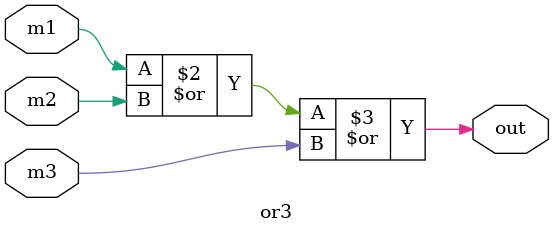
<source format=v>
module or3 (
    m1, m2, m3, out
);
input m1,m2,m3;
output out;

wire m1, m2, m3;
reg out;

always @ (m1 or m2 or m3) 
begin
    out = m1 | m2 | m3;
end
    
endmodule
</source>
